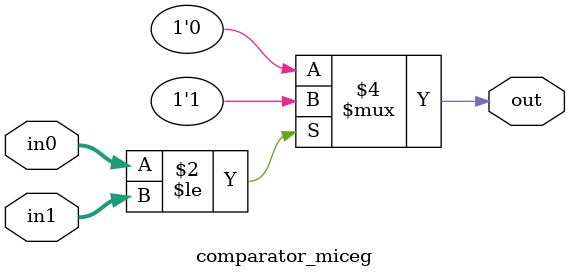
<source format=v>
`timescale 1ns / 1ps

module comparator_miceg(
                        input [6:0] in0,
                        input [6:0] in1,
                        output reg out
                        );
                        
    always@(*)begin
        if(in0 <= in1)
            out = 1;
        else out = 0;
    end                        
                        
endmodule

</source>
